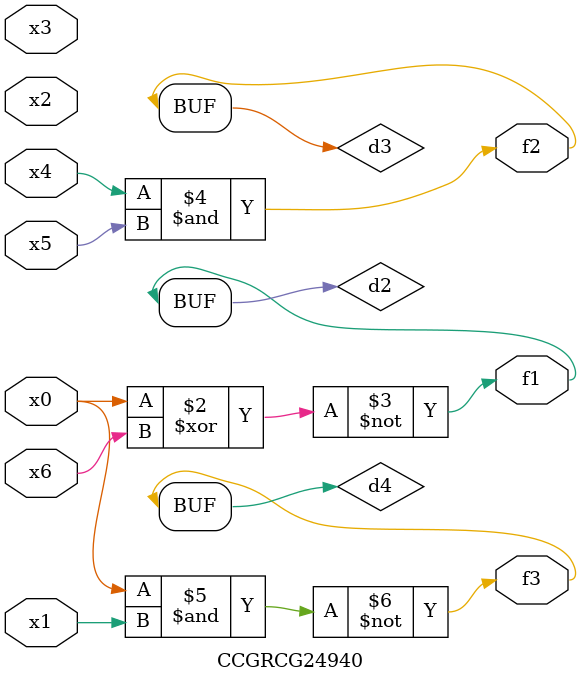
<source format=v>
module CCGRCG24940(
	input x0, x1, x2, x3, x4, x5, x6,
	output f1, f2, f3
);

	wire d1, d2, d3, d4;

	nor (d1, x0);
	xnor (d2, x0, x6);
	and (d3, x4, x5);
	nand (d4, x0, x1);
	assign f1 = d2;
	assign f2 = d3;
	assign f3 = d4;
endmodule

</source>
